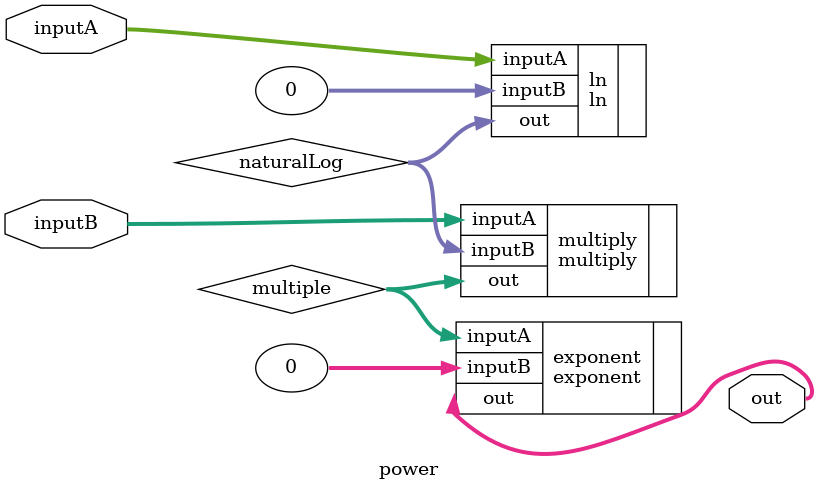
<source format=sv>
`timescale 1ns / 1ps

module power(
    input logic[31:0] inputA, inputB,
    output logic [31:0] out
    );
    logic [31:0] naturalLog, multiple;
    
    ln ln(.inputA(inputA), .inputB(32'b0), .out(naturalLog));
    multiply multiply(.inputA(inputB), .inputB(naturalLog), .out(multiple));
    exponent exponent(.inputA(multiple), .inputB(32'b0), .out(out));
endmodule

</source>
